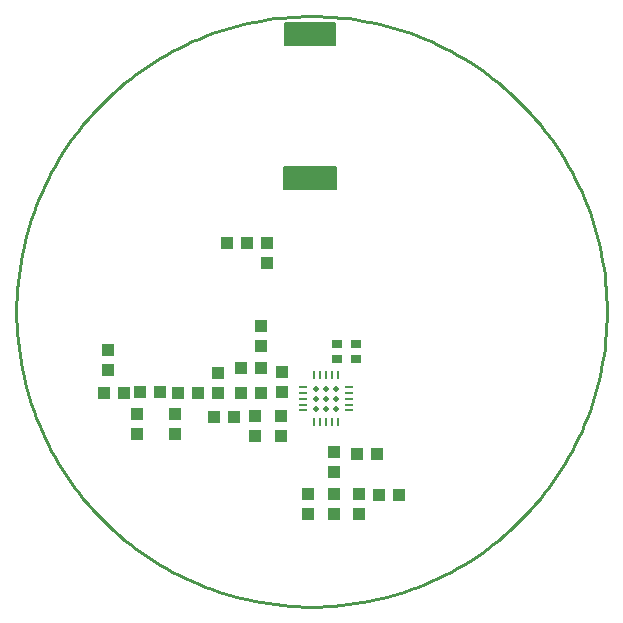
<source format=gtp>
G75*
%MOIN*%
%OFA0B0*%
%FSLAX25Y25*%
%IPPOS*%
%LPD*%
%AMOC8*
5,1,8,0,0,1.08239X$1,22.5*
%
%ADD10C,0.01000*%
%ADD11R,0.02756X0.00984*%
%ADD12R,0.00984X0.02756*%
%ADD13C,0.01969*%
%ADD14R,0.05000X0.02500*%
%ADD15C,0.00500*%
%ADD16R,0.04331X0.03937*%
%ADD17R,0.03937X0.04331*%
%ADD18R,0.03543X0.03150*%
D10*
X0001500Y0099916D02*
X0001530Y0102331D01*
X0001619Y0104745D01*
X0001767Y0107156D01*
X0001974Y0109562D01*
X0002240Y0111963D01*
X0002565Y0114357D01*
X0002949Y0116741D01*
X0003391Y0119116D01*
X0003891Y0121479D01*
X0004449Y0123829D01*
X0005065Y0126165D01*
X0005738Y0128485D01*
X0006467Y0130787D01*
X0007253Y0133071D01*
X0008095Y0135335D01*
X0008991Y0137578D01*
X0009943Y0139798D01*
X0010949Y0141994D01*
X0012008Y0144165D01*
X0013121Y0146309D01*
X0014286Y0148425D01*
X0015502Y0150512D01*
X0016769Y0152568D01*
X0018086Y0154593D01*
X0019453Y0156585D01*
X0020868Y0158542D01*
X0022330Y0160465D01*
X0023839Y0162350D01*
X0025395Y0164199D01*
X0026995Y0166008D01*
X0028638Y0167778D01*
X0030325Y0169507D01*
X0032054Y0171194D01*
X0033824Y0172837D01*
X0035633Y0174437D01*
X0037482Y0175993D01*
X0039367Y0177502D01*
X0041290Y0178964D01*
X0043247Y0180379D01*
X0045239Y0181746D01*
X0047264Y0183063D01*
X0049320Y0184330D01*
X0051407Y0185546D01*
X0053523Y0186711D01*
X0055667Y0187824D01*
X0057838Y0188883D01*
X0060034Y0189889D01*
X0062254Y0190841D01*
X0064497Y0191737D01*
X0066761Y0192579D01*
X0069045Y0193365D01*
X0071347Y0194094D01*
X0073667Y0194767D01*
X0076003Y0195383D01*
X0078353Y0195941D01*
X0080716Y0196441D01*
X0083091Y0196883D01*
X0085475Y0197267D01*
X0087869Y0197592D01*
X0090270Y0197858D01*
X0092676Y0198065D01*
X0095087Y0198213D01*
X0097501Y0198302D01*
X0099916Y0198332D01*
X0102331Y0198302D01*
X0104745Y0198213D01*
X0107156Y0198065D01*
X0109562Y0197858D01*
X0111963Y0197592D01*
X0114357Y0197267D01*
X0116741Y0196883D01*
X0119116Y0196441D01*
X0121479Y0195941D01*
X0123829Y0195383D01*
X0126165Y0194767D01*
X0128485Y0194094D01*
X0130787Y0193365D01*
X0133071Y0192579D01*
X0135335Y0191737D01*
X0137578Y0190841D01*
X0139798Y0189889D01*
X0141994Y0188883D01*
X0144165Y0187824D01*
X0146309Y0186711D01*
X0148425Y0185546D01*
X0150512Y0184330D01*
X0152568Y0183063D01*
X0154593Y0181746D01*
X0156585Y0180379D01*
X0158542Y0178964D01*
X0160465Y0177502D01*
X0162350Y0175993D01*
X0164199Y0174437D01*
X0166008Y0172837D01*
X0167778Y0171194D01*
X0169507Y0169507D01*
X0171194Y0167778D01*
X0172837Y0166008D01*
X0174437Y0164199D01*
X0175993Y0162350D01*
X0177502Y0160465D01*
X0178964Y0158542D01*
X0180379Y0156585D01*
X0181746Y0154593D01*
X0183063Y0152568D01*
X0184330Y0150512D01*
X0185546Y0148425D01*
X0186711Y0146309D01*
X0187824Y0144165D01*
X0188883Y0141994D01*
X0189889Y0139798D01*
X0190841Y0137578D01*
X0191737Y0135335D01*
X0192579Y0133071D01*
X0193365Y0130787D01*
X0194094Y0128485D01*
X0194767Y0126165D01*
X0195383Y0123829D01*
X0195941Y0121479D01*
X0196441Y0119116D01*
X0196883Y0116741D01*
X0197267Y0114357D01*
X0197592Y0111963D01*
X0197858Y0109562D01*
X0198065Y0107156D01*
X0198213Y0104745D01*
X0198302Y0102331D01*
X0198332Y0099916D01*
X0198302Y0097501D01*
X0198213Y0095087D01*
X0198065Y0092676D01*
X0197858Y0090270D01*
X0197592Y0087869D01*
X0197267Y0085475D01*
X0196883Y0083091D01*
X0196441Y0080716D01*
X0195941Y0078353D01*
X0195383Y0076003D01*
X0194767Y0073667D01*
X0194094Y0071347D01*
X0193365Y0069045D01*
X0192579Y0066761D01*
X0191737Y0064497D01*
X0190841Y0062254D01*
X0189889Y0060034D01*
X0188883Y0057838D01*
X0187824Y0055667D01*
X0186711Y0053523D01*
X0185546Y0051407D01*
X0184330Y0049320D01*
X0183063Y0047264D01*
X0181746Y0045239D01*
X0180379Y0043247D01*
X0178964Y0041290D01*
X0177502Y0039367D01*
X0175993Y0037482D01*
X0174437Y0035633D01*
X0172837Y0033824D01*
X0171194Y0032054D01*
X0169507Y0030325D01*
X0167778Y0028638D01*
X0166008Y0026995D01*
X0164199Y0025395D01*
X0162350Y0023839D01*
X0160465Y0022330D01*
X0158542Y0020868D01*
X0156585Y0019453D01*
X0154593Y0018086D01*
X0152568Y0016769D01*
X0150512Y0015502D01*
X0148425Y0014286D01*
X0146309Y0013121D01*
X0144165Y0012008D01*
X0141994Y0010949D01*
X0139798Y0009943D01*
X0137578Y0008991D01*
X0135335Y0008095D01*
X0133071Y0007253D01*
X0130787Y0006467D01*
X0128485Y0005738D01*
X0126165Y0005065D01*
X0123829Y0004449D01*
X0121479Y0003891D01*
X0119116Y0003391D01*
X0116741Y0002949D01*
X0114357Y0002565D01*
X0111963Y0002240D01*
X0109562Y0001974D01*
X0107156Y0001767D01*
X0104745Y0001619D01*
X0102331Y0001530D01*
X0099916Y0001500D01*
X0097501Y0001530D01*
X0095087Y0001619D01*
X0092676Y0001767D01*
X0090270Y0001974D01*
X0087869Y0002240D01*
X0085475Y0002565D01*
X0083091Y0002949D01*
X0080716Y0003391D01*
X0078353Y0003891D01*
X0076003Y0004449D01*
X0073667Y0005065D01*
X0071347Y0005738D01*
X0069045Y0006467D01*
X0066761Y0007253D01*
X0064497Y0008095D01*
X0062254Y0008991D01*
X0060034Y0009943D01*
X0057838Y0010949D01*
X0055667Y0012008D01*
X0053523Y0013121D01*
X0051407Y0014286D01*
X0049320Y0015502D01*
X0047264Y0016769D01*
X0045239Y0018086D01*
X0043247Y0019453D01*
X0041290Y0020868D01*
X0039367Y0022330D01*
X0037482Y0023839D01*
X0035633Y0025395D01*
X0033824Y0026995D01*
X0032054Y0028638D01*
X0030325Y0030325D01*
X0028638Y0032054D01*
X0026995Y0033824D01*
X0025395Y0035633D01*
X0023839Y0037482D01*
X0022330Y0039367D01*
X0020868Y0041290D01*
X0019453Y0043247D01*
X0018086Y0045239D01*
X0016769Y0047264D01*
X0015502Y0049320D01*
X0014286Y0051407D01*
X0013121Y0053523D01*
X0012008Y0055667D01*
X0010949Y0057838D01*
X0009943Y0060034D01*
X0008991Y0062254D01*
X0008095Y0064497D01*
X0007253Y0066761D01*
X0006467Y0069045D01*
X0005738Y0071347D01*
X0005065Y0073667D01*
X0004449Y0076003D01*
X0003891Y0078353D01*
X0003391Y0080716D01*
X0002949Y0083091D01*
X0002565Y0085475D01*
X0002240Y0087869D01*
X0001974Y0090270D01*
X0001767Y0092676D01*
X0001619Y0095087D01*
X0001530Y0097501D01*
X0001500Y0099916D01*
D11*
X0096944Y0074790D03*
X0096944Y0072822D03*
X0096944Y0070853D03*
X0096944Y0068885D03*
X0096944Y0066916D03*
X0112495Y0066916D03*
X0112495Y0068885D03*
X0112495Y0070853D03*
X0112495Y0072822D03*
X0112495Y0074790D03*
D12*
X0108656Y0078629D03*
X0106688Y0078629D03*
X0104719Y0078629D03*
X0102751Y0078629D03*
X0100782Y0078629D03*
X0100782Y0063077D03*
X0102751Y0063077D03*
X0104719Y0063077D03*
X0106688Y0063077D03*
X0108656Y0063077D03*
D13*
X0108066Y0067507D03*
X0108066Y0070853D03*
X0108066Y0074200D03*
X0104719Y0074200D03*
X0104719Y0070853D03*
X0101373Y0070853D03*
X0101373Y0074200D03*
X0101373Y0067507D03*
X0104719Y0067507D03*
D14*
X0099452Y0144786D03*
D15*
X0108113Y0144782D02*
X0090790Y0144782D01*
X0090790Y0144284D02*
X0108113Y0144284D01*
X0108113Y0143785D02*
X0090790Y0143785D01*
X0090790Y0143287D02*
X0108113Y0143287D01*
X0108113Y0142788D02*
X0090790Y0142788D01*
X0090790Y0142290D02*
X0108113Y0142290D01*
X0108113Y0141791D02*
X0090790Y0141791D01*
X0090790Y0141293D02*
X0108113Y0141293D01*
X0108113Y0140794D02*
X0090790Y0140794D01*
X0090790Y0140652D02*
X0090790Y0148133D01*
X0108113Y0148133D01*
X0108113Y0140652D01*
X0090790Y0140652D01*
X0090790Y0145281D02*
X0108113Y0145281D01*
X0108113Y0145779D02*
X0090790Y0145779D01*
X0090790Y0146278D02*
X0108113Y0146278D01*
X0108113Y0146776D02*
X0090790Y0146776D01*
X0090790Y0147275D02*
X0108113Y0147275D01*
X0108113Y0147773D02*
X0090790Y0147773D01*
X0091184Y0188881D02*
X0107719Y0188881D01*
X0107719Y0195967D01*
X0091184Y0195967D01*
X0091184Y0188881D01*
X0091184Y0189150D02*
X0107719Y0189150D01*
X0107719Y0189648D02*
X0091184Y0189648D01*
X0091184Y0190147D02*
X0107719Y0190147D01*
X0107719Y0190645D02*
X0091184Y0190645D01*
X0091184Y0191144D02*
X0107719Y0191144D01*
X0107719Y0191642D02*
X0091184Y0191642D01*
X0091184Y0192141D02*
X0107719Y0192141D01*
X0107719Y0192639D02*
X0091184Y0192639D01*
X0091184Y0193138D02*
X0107719Y0193138D01*
X0107719Y0193636D02*
X0091184Y0193636D01*
X0091184Y0194135D02*
X0107719Y0194135D01*
X0107719Y0194634D02*
X0091184Y0194634D01*
X0091184Y0195132D02*
X0107719Y0195132D01*
X0107719Y0195631D02*
X0091184Y0195631D01*
D16*
X0078283Y0122579D03*
X0071590Y0122579D03*
X0076286Y0081074D03*
X0082979Y0081074D03*
X0083144Y0072837D03*
X0076452Y0072837D03*
X0074144Y0064708D03*
X0067452Y0064708D03*
X0061944Y0072719D03*
X0055252Y0072719D03*
X0049544Y0072930D03*
X0042852Y0072930D03*
X0037444Y0072794D03*
X0030752Y0072794D03*
X0107353Y0053172D03*
X0107353Y0046479D03*
X0114952Y0052326D03*
X0121644Y0052326D03*
X0122452Y0038818D03*
X0129144Y0038818D03*
D17*
X0041566Y0058916D03*
X0041566Y0065609D03*
X0054314Y0065609D03*
X0054314Y0058916D03*
X0068718Y0072751D03*
X0068718Y0079444D03*
X0083125Y0088251D03*
X0083125Y0094944D03*
X0090034Y0079637D03*
X0090034Y0072944D03*
X0089633Y0064944D03*
X0089633Y0058251D03*
X0081021Y0058251D03*
X0081021Y0064944D03*
X0098609Y0038944D03*
X0098609Y0032251D03*
X0107357Y0032251D03*
X0107357Y0038944D03*
X0115605Y0038944D03*
X0115605Y0032251D03*
X0032113Y0080251D03*
X0032113Y0086944D03*
X0085053Y0116006D03*
X0085053Y0122699D03*
D18*
X0108227Y0089038D03*
X0108227Y0084117D03*
X0114723Y0084117D03*
X0114723Y0089038D03*
M02*

</source>
